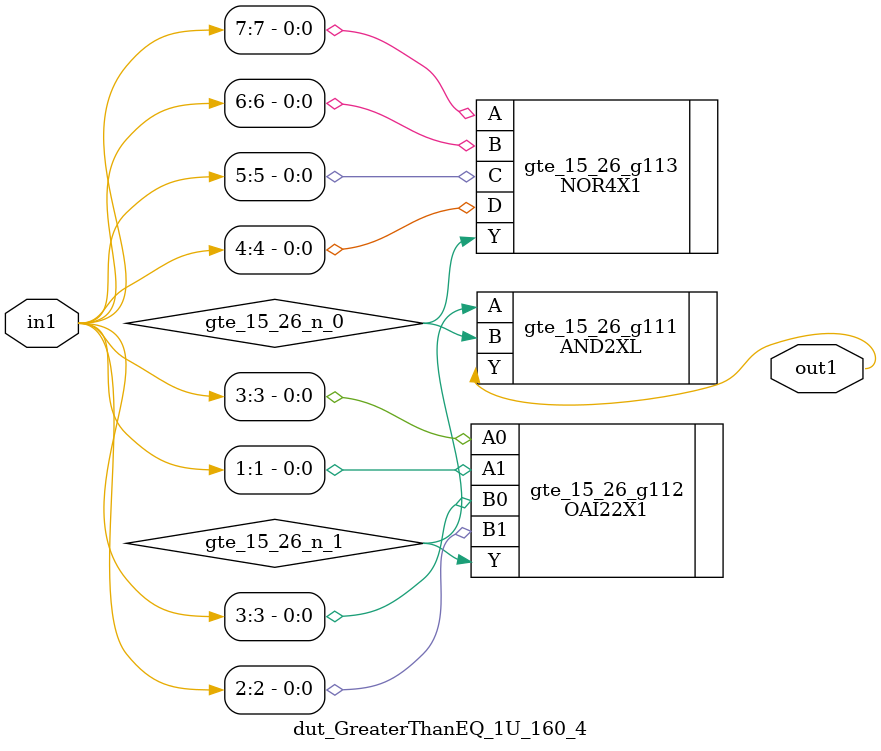
<source format=v>
`timescale 1ps / 1ps


module dut_GreaterThanEQ_1U_160_4(in1, out1);
  input [7:0] in1;
  output out1;
  wire [7:0] in1;
  wire out1;
  wire gte_15_26_n_0, gte_15_26_n_1;
  AND2XL gte_15_26_g111(.A (gte_15_26_n_1), .B (gte_15_26_n_0), .Y
       (out1));
  OAI22X1 gte_15_26_g112(.A0 (in1[3]), .A1 (in1[1]), .B0 (in1[3]), .B1
       (in1[2]), .Y (gte_15_26_n_1));
  NOR4X1 gte_15_26_g113(.A (in1[7]), .B (in1[6]), .C (in1[5]), .D
       (in1[4]), .Y (gte_15_26_n_0));
endmodule



</source>
